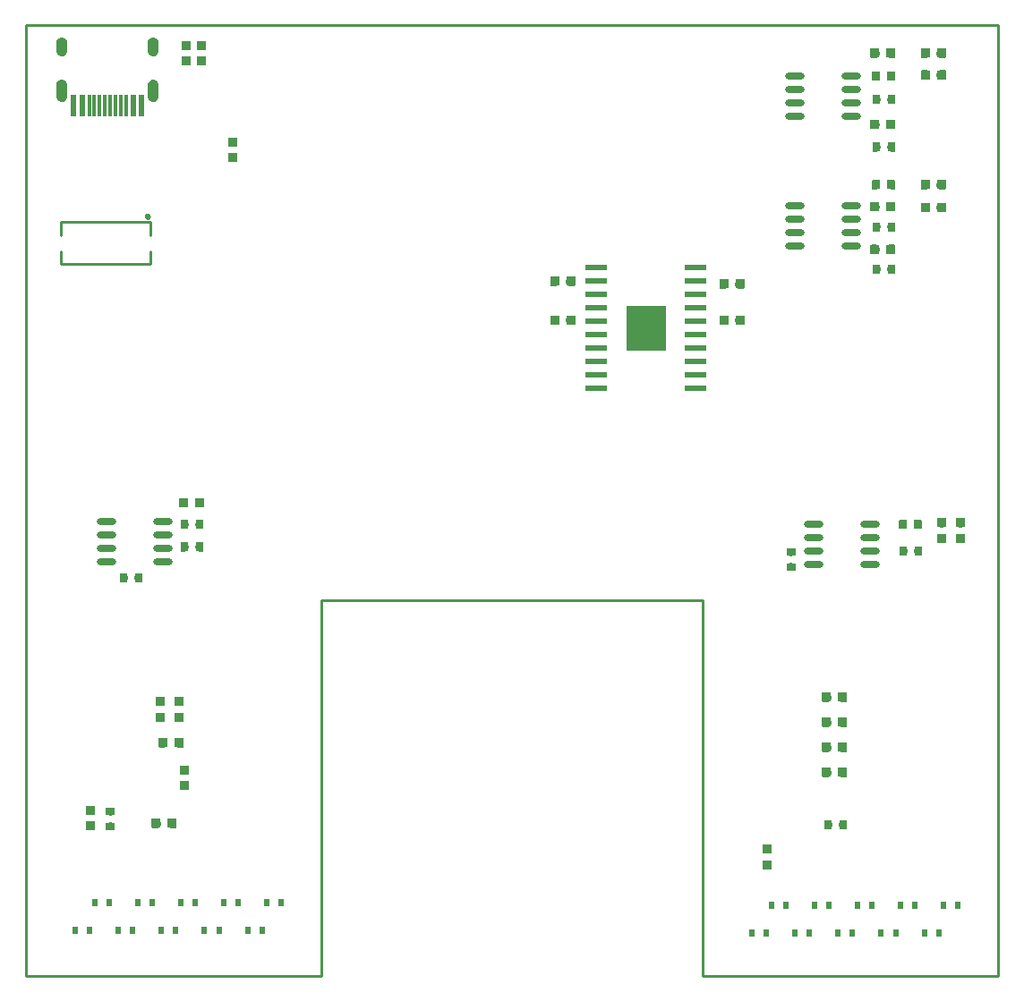
<source format=gbp>
G04*
G04 #@! TF.GenerationSoftware,Altium Limited,Altium Designer,20.2.6 (244)*
G04*
G04 Layer_Color=128*
%FSLAX24Y24*%
%MOIN*%
G70*
G04*
G04 #@! TF.SameCoordinates,FA5C595E-BAF6-4CA8-81BB-533EFFED9D24*
G04*
G04*
G04 #@! TF.FilePolarity,Positive*
G04*
G01*
G75*
%ADD11C,0.0100*%
%ADD28R,0.0315X0.0354*%
%ADD29R,0.0354X0.0315*%
%ADD30R,0.0340X0.0318*%
%ADD31R,0.0200X0.0300*%
%ADD32R,0.0318X0.0340*%
%ADD124O,0.0734X0.0248*%
%ADD125R,0.0236X0.0800*%
%ADD126R,0.0118X0.0800*%
%ADD127R,0.0787X0.0236*%
%ADD128R,0.1500X0.1701*%
G36*
X23020Y41382D02*
Y41184D01*
X22904Y41076D01*
X22796D01*
X22680Y41184D01*
Y41382D01*
X22705Y41407D01*
X22995D01*
X23020Y41382D01*
D02*
G37*
G36*
X22438D02*
Y41184D01*
X22322Y41076D01*
X22213D01*
X22098Y41184D01*
Y41382D01*
X22123Y41407D01*
X22413D01*
X22438Y41382D01*
D02*
G37*
G36*
X21161Y41510D02*
X21217Y41456D01*
X21247Y41385D01*
X21248Y41346D01*
Y41031D01*
X21247Y40993D01*
X21217Y40922D01*
X21161Y40867D01*
X21090Y40838D01*
X21012D01*
X20941Y40867D01*
X20886Y40922D01*
X20855Y40993D01*
X20854Y41031D01*
X20854Y41346D01*
X20854Y41346D01*
X20855Y41385D01*
X20886Y41456D01*
X20941Y41510D01*
X21012Y41540D01*
X21090D01*
X21161Y41510D01*
D02*
G37*
G36*
X17760Y41511D02*
X17815Y41456D01*
X17846Y41385D01*
X17846Y41346D01*
Y41031D01*
X17846Y40993D01*
X17815Y40921D01*
X17760Y40867D01*
X17688Y40837D01*
X17611D01*
X17539Y40867D01*
X17484Y40921D01*
X17453Y40993D01*
X17453Y41031D01*
X17453Y41346D01*
X17453Y41346D01*
X17453Y41385D01*
X17484Y41456D01*
X17539Y41511D01*
X17611Y41540D01*
X17688D01*
X17760Y41511D01*
D02*
G37*
G36*
X50555Y41095D02*
Y40805D01*
X50530Y40780D01*
X50332D01*
X50224Y40896D01*
Y41004D01*
X50332Y41120D01*
X50530D01*
X50555Y41095D01*
D02*
G37*
G36*
X49976Y41004D02*
Y40896D01*
X49868Y40780D01*
X49670D01*
X49645Y40805D01*
Y41095D01*
X49670Y41120D01*
X49868D01*
X49976Y41004D01*
D02*
G37*
G36*
X48677Y41095D02*
Y40805D01*
X48652Y40780D01*
X48454D01*
X48346Y40896D01*
Y41004D01*
X48454Y41120D01*
X48652D01*
X48677Y41095D01*
D02*
G37*
G36*
X48098Y41004D02*
Y40896D01*
X47990Y40780D01*
X47792D01*
X47767Y40805D01*
Y41095D01*
X47792Y41120D01*
X47990D01*
X48098Y41004D01*
D02*
G37*
G36*
X23020Y40720D02*
Y40522D01*
X22995Y40496D01*
X22705D01*
X22680Y40522D01*
Y40720D01*
X22796Y40828D01*
X22904D01*
X23020Y40720D01*
D02*
G37*
G36*
X22438D02*
Y40522D01*
X22413Y40496D01*
X22123D01*
X22098Y40522D01*
Y40720D01*
X22213Y40828D01*
X22322D01*
X22438Y40720D01*
D02*
G37*
G36*
X50555Y40291D02*
Y40001D01*
X50530Y39976D01*
X50332D01*
X50224Y40091D01*
Y40200D01*
X50332Y40316D01*
X50530D01*
X50555Y40291D01*
D02*
G37*
G36*
X49976Y40200D02*
Y40091D01*
X49868Y39976D01*
X49670D01*
X49645Y40001D01*
Y40291D01*
X49670Y40316D01*
X49868D01*
X49976Y40200D01*
D02*
G37*
G36*
X48668Y40249D02*
Y39959D01*
X48643Y39934D01*
X48527D01*
X48368Y40050D01*
Y40158D01*
X48527Y40274D01*
X48643D01*
X48668Y40249D01*
D02*
G37*
G36*
X48120Y40158D02*
Y40050D01*
X47961Y39934D01*
X47845D01*
X47820Y39959D01*
Y40249D01*
X47845Y40274D01*
X47961D01*
X48120Y40158D01*
D02*
G37*
G36*
X21161Y39936D02*
X21217Y39881D01*
X21247Y39810D01*
X21248Y39772D01*
Y39339D01*
X21247Y39300D01*
X21217Y39229D01*
X21161Y39174D01*
X21090Y39145D01*
X21012D01*
X20941Y39174D01*
X20886Y39229D01*
X20855Y39300D01*
X20854Y39339D01*
X20854Y39772D01*
X20854Y39772D01*
X20855Y39810D01*
X20886Y39881D01*
X20941Y39936D01*
X21012Y39965D01*
X21090D01*
X21161Y39936D01*
D02*
G37*
G36*
X17761Y39938D02*
X17817Y39883D01*
X17846Y39811D01*
Y39772D01*
Y39339D01*
Y39299D01*
X17817Y39227D01*
X17761Y39172D01*
X17689Y39142D01*
X17610D01*
X17538Y39172D01*
X17483Y39227D01*
X17453Y39299D01*
Y39339D01*
Y39772D01*
Y39811D01*
X17483Y39883D01*
X17538Y39938D01*
X17610Y39968D01*
X17689D01*
X17761Y39938D01*
D02*
G37*
G36*
X48674Y39366D02*
Y39076D01*
X48649Y39051D01*
X48533D01*
X48374Y39166D01*
Y39275D01*
X48533Y39391D01*
X48649D01*
X48674Y39366D01*
D02*
G37*
G36*
X48126Y39275D02*
Y39166D01*
X47967Y39051D01*
X47851D01*
X47826Y39076D01*
Y39366D01*
X47851Y39391D01*
X47967D01*
X48126Y39275D01*
D02*
G37*
G36*
X48677Y38439D02*
Y38149D01*
X48652Y38124D01*
X48454D01*
X48346Y38239D01*
Y38348D01*
X48454Y38464D01*
X48652D01*
X48677Y38439D01*
D02*
G37*
G36*
X48098Y38348D02*
Y38239D01*
X47990Y38124D01*
X47792D01*
X47767Y38149D01*
Y38439D01*
X47792Y38464D01*
X47990D01*
X48098Y38348D01*
D02*
G37*
G36*
X24170Y37780D02*
Y37582D01*
X24054Y37474D01*
X23946D01*
X23830Y37582D01*
Y37780D01*
X23855Y37805D01*
X24145D01*
X24170Y37780D01*
D02*
G37*
G36*
X48674Y37595D02*
Y37305D01*
X48649Y37280D01*
X48533D01*
X48374Y37396D01*
Y37504D01*
X48533Y37620D01*
X48649D01*
X48674Y37595D01*
D02*
G37*
G36*
X48126Y37504D02*
Y37396D01*
X47967Y37280D01*
X47851D01*
X47826Y37305D01*
Y37595D01*
X47851Y37620D01*
X47967D01*
X48126Y37504D01*
D02*
G37*
G36*
X24170Y37118D02*
Y36920D01*
X24145Y36895D01*
X23855D01*
X23830Y36920D01*
Y37118D01*
X23946Y37226D01*
X24054D01*
X24170Y37118D01*
D02*
G37*
G36*
X50555Y36195D02*
Y35905D01*
X50530Y35880D01*
X50332D01*
X50224Y35996D01*
Y36104D01*
X50332Y36220D01*
X50530D01*
X50555Y36195D01*
D02*
G37*
G36*
X49976Y36104D02*
Y35996D01*
X49868Y35880D01*
X49670D01*
X49645Y35905D01*
Y36195D01*
X49670Y36220D01*
X49868D01*
X49976Y36104D01*
D02*
G37*
G36*
X48668Y36195D02*
Y35905D01*
X48643Y35880D01*
X48527D01*
X48368Y35996D01*
Y36104D01*
X48527Y36220D01*
X48643D01*
X48668Y36195D01*
D02*
G37*
G36*
X48120Y36104D02*
Y35996D01*
X47961Y35880D01*
X47845D01*
X47820Y35905D01*
Y36195D01*
X47845Y36220D01*
X47961D01*
X48120Y36104D01*
D02*
G37*
G36*
X48677Y35367D02*
Y35078D01*
X48652Y35052D01*
X48454D01*
X48346Y35168D01*
Y35277D01*
X48454Y35393D01*
X48652D01*
X48677Y35367D01*
D02*
G37*
G36*
X48098Y35277D02*
Y35168D01*
X47990Y35052D01*
X47792D01*
X47767Y35078D01*
Y35367D01*
X47792Y35393D01*
X47990D01*
X48098Y35277D01*
D02*
G37*
G36*
X50555Y35345D02*
Y35055D01*
X50530Y35030D01*
X50332D01*
X50224Y35146D01*
Y35254D01*
X50332Y35370D01*
X50530D01*
X50555Y35345D01*
D02*
G37*
G36*
X49976Y35254D02*
Y35146D01*
X49868Y35030D01*
X49670D01*
X49645Y35055D01*
Y35345D01*
X49670Y35370D01*
X49868D01*
X49976Y35254D01*
D02*
G37*
G36*
X48674Y34621D02*
Y34331D01*
X48649Y34306D01*
X48533D01*
X48374Y34422D01*
Y34530D01*
X48533Y34646D01*
X48649D01*
X48674Y34621D01*
D02*
G37*
G36*
X48126Y34530D02*
Y34422D01*
X47967Y34306D01*
X47851D01*
X47826Y34331D01*
Y34621D01*
X47851Y34646D01*
X47967D01*
X48126Y34530D01*
D02*
G37*
G36*
X48677Y33791D02*
Y33502D01*
X48652Y33476D01*
X48454D01*
X48346Y33592D01*
Y33701D01*
X48454Y33817D01*
X48652D01*
X48677Y33791D01*
D02*
G37*
G36*
X48098Y33701D02*
Y33592D01*
X47990Y33476D01*
X47792D01*
X47767Y33502D01*
Y33791D01*
X47792Y33817D01*
X47990D01*
X48098Y33701D01*
D02*
G37*
G36*
X48674Y33045D02*
Y32755D01*
X48649Y32730D01*
X48533D01*
X48374Y32846D01*
Y32954D01*
X48533Y33070D01*
X48649D01*
X48674Y33045D01*
D02*
G37*
G36*
X48126Y32954D02*
Y32846D01*
X47967Y32730D01*
X47851D01*
X47826Y32755D01*
Y33045D01*
X47851Y33070D01*
X47967D01*
X48126Y32954D01*
D02*
G37*
G36*
X36755Y32595D02*
Y32305D01*
X36730Y32280D01*
X36532D01*
X36424Y32396D01*
Y32504D01*
X36532Y32620D01*
X36730D01*
X36755Y32595D01*
D02*
G37*
G36*
X36176Y32504D02*
Y32396D01*
X36068Y32280D01*
X35870D01*
X35845Y32305D01*
Y32595D01*
X35870Y32620D01*
X36068D01*
X36176Y32504D01*
D02*
G37*
G36*
X43052Y32495D02*
Y32205D01*
X43027Y32180D01*
X42829D01*
X42721Y32296D01*
Y32404D01*
X42829Y32520D01*
X43027D01*
X43052Y32495D01*
D02*
G37*
G36*
X42473Y32404D02*
Y32296D01*
X42365Y32180D01*
X42166D01*
X42141Y32205D01*
Y32495D01*
X42166Y32520D01*
X42365D01*
X42473Y32404D01*
D02*
G37*
G36*
X43052Y31145D02*
Y30855D01*
X43027Y30830D01*
X42829D01*
X42721Y30946D01*
Y31054D01*
X42829Y31170D01*
X43027D01*
X43052Y31145D01*
D02*
G37*
G36*
X42473Y31054D02*
Y30946D01*
X42365Y30830D01*
X42166D01*
X42141Y30855D01*
Y31145D01*
X42166Y31170D01*
X42365D01*
X42473Y31054D01*
D02*
G37*
G36*
X36755Y31145D02*
Y30855D01*
X36730Y30830D01*
X36532D01*
X36424Y30946D01*
Y31054D01*
X36532Y31170D01*
X36730D01*
X36755Y31145D01*
D02*
G37*
G36*
X36176Y31054D02*
Y30946D01*
X36068Y30830D01*
X35870D01*
X35845Y30855D01*
Y31145D01*
X35870Y31170D01*
X36068D01*
X36176Y31054D01*
D02*
G37*
G36*
X22927Y24345D02*
Y24055D01*
X22902Y24030D01*
X22704D01*
X22596Y24146D01*
Y24254D01*
X22704Y24370D01*
X22902D01*
X22927Y24345D01*
D02*
G37*
G36*
X22348Y24254D02*
Y24146D01*
X22240Y24030D01*
X22042D01*
X22017Y24055D01*
Y24345D01*
X22042Y24370D01*
X22240D01*
X22348Y24254D01*
D02*
G37*
G36*
X51270Y23586D02*
Y23388D01*
X51154Y23280D01*
X51046D01*
X50930Y23388D01*
Y23586D01*
X50955Y23612D01*
X51245D01*
X51270Y23586D01*
D02*
G37*
G36*
X50570D02*
Y23388D01*
X50454Y23280D01*
X50346D01*
X50230Y23388D01*
Y23586D01*
X50255Y23612D01*
X50545D01*
X50570Y23586D01*
D02*
G37*
G36*
X49668Y23545D02*
Y23255D01*
X49643Y23230D01*
X49527D01*
X49368Y23346D01*
Y23454D01*
X49527Y23570D01*
X49643D01*
X49668Y23545D01*
D02*
G37*
G36*
X49120Y23454D02*
Y23346D01*
X48961Y23230D01*
X48845D01*
X48820Y23255D01*
Y23545D01*
X48845Y23570D01*
X48961D01*
X49120Y23454D01*
D02*
G37*
G36*
X22918Y23539D02*
Y23249D01*
X22893Y23224D01*
X22777D01*
X22618Y23339D01*
Y23448D01*
X22777Y23564D01*
X22893D01*
X22918Y23539D01*
D02*
G37*
G36*
X22370Y23448D02*
Y23339D01*
X22211Y23224D01*
X22095D01*
X22070Y23249D01*
Y23539D01*
X22095Y23564D01*
X22211D01*
X22370Y23448D01*
D02*
G37*
G36*
X51270Y22924D02*
Y22726D01*
X51245Y22701D01*
X50955D01*
X50930Y22726D01*
Y22924D01*
X51046Y23032D01*
X51154D01*
X51270Y22924D01*
D02*
G37*
G36*
X50570D02*
Y22726D01*
X50545Y22701D01*
X50255D01*
X50230Y22726D01*
Y22924D01*
X50346Y23032D01*
X50454D01*
X50570Y22924D01*
D02*
G37*
G36*
X22924Y22695D02*
Y22405D01*
X22899Y22380D01*
X22783D01*
X22624Y22496D01*
Y22604D01*
X22783Y22720D01*
X22899D01*
X22924Y22695D01*
D02*
G37*
G36*
X22376Y22604D02*
Y22496D01*
X22217Y22380D01*
X22101D01*
X22076Y22405D01*
Y22695D01*
X22101Y22720D01*
X22217D01*
X22376Y22604D01*
D02*
G37*
G36*
X49674Y22545D02*
Y22255D01*
X49649Y22230D01*
X49533D01*
X49374Y22346D01*
Y22454D01*
X49533Y22570D01*
X49649D01*
X49674Y22545D01*
D02*
G37*
G36*
X49126Y22454D02*
Y22346D01*
X48967Y22230D01*
X48851D01*
X48826Y22255D01*
Y22545D01*
X48851Y22570D01*
X48967D01*
X49126Y22454D01*
D02*
G37*
G36*
X44970Y22476D02*
Y22360D01*
X44854Y22201D01*
X44746D01*
X44630Y22360D01*
Y22476D01*
X44655Y22501D01*
X44945D01*
X44970Y22476D01*
D02*
G37*
G36*
Y21794D02*
Y21678D01*
X44945Y21653D01*
X44655D01*
X44630Y21678D01*
Y21794D01*
X44746Y21953D01*
X44854D01*
X44970Y21794D01*
D02*
G37*
G36*
X20649Y21545D02*
Y21255D01*
X20624Y21230D01*
X20507D01*
X20348Y21346D01*
Y21454D01*
X20507Y21570D01*
X20624D01*
X20649Y21545D01*
D02*
G37*
G36*
X20100Y21454D02*
Y21346D01*
X19942Y21230D01*
X19825D01*
X19800Y21255D01*
Y21545D01*
X19825Y21570D01*
X19942D01*
X20100Y21454D01*
D02*
G37*
G36*
X46877Y17095D02*
Y16805D01*
X46852Y16780D01*
X46654D01*
X46546Y16896D01*
Y17004D01*
X46654Y17120D01*
X46852D01*
X46877Y17095D01*
D02*
G37*
G36*
X46298Y17004D02*
Y16896D01*
X46190Y16780D01*
X45992D01*
X45967Y16805D01*
Y17095D01*
X45992Y17120D01*
X46190D01*
X46298Y17004D01*
D02*
G37*
G36*
X22170Y16930D02*
Y16732D01*
X22054Y16624D01*
X21946D01*
X21830Y16732D01*
Y16930D01*
X21855Y16955D01*
X22145D01*
X22170Y16930D01*
D02*
G37*
G36*
X21470D02*
Y16732D01*
X21354Y16624D01*
X21246D01*
X21130Y16732D01*
Y16930D01*
X21155Y16955D01*
X21445D01*
X21470Y16930D01*
D02*
G37*
G36*
X22170Y16268D02*
Y16070D01*
X22145Y16045D01*
X21855D01*
X21830Y16070D01*
Y16268D01*
X21946Y16376D01*
X22054D01*
X22170Y16268D01*
D02*
G37*
G36*
X21470D02*
Y16070D01*
X21445Y16045D01*
X21155D01*
X21130Y16070D01*
Y16268D01*
X21246Y16376D01*
X21354D01*
X21470Y16268D01*
D02*
G37*
G36*
X46877Y16162D02*
Y15872D01*
X46852Y15847D01*
X46654D01*
X46546Y15962D01*
Y16071D01*
X46654Y16187D01*
X46852D01*
X46877Y16162D01*
D02*
G37*
G36*
X46298Y16071D02*
Y15962D01*
X46190Y15847D01*
X45992D01*
X45967Y15872D01*
Y16162D01*
X45992Y16187D01*
X46190D01*
X46298Y16071D01*
D02*
G37*
G36*
X22170Y15395D02*
Y15105D01*
X22145Y15080D01*
X21947D01*
X21839Y15196D01*
Y15304D01*
X21947Y15420D01*
X22145D01*
X22170Y15395D01*
D02*
G37*
G36*
X21591Y15304D02*
Y15196D01*
X21483Y15080D01*
X21285D01*
X21259Y15105D01*
Y15395D01*
X21285Y15420D01*
X21483D01*
X21591Y15304D01*
D02*
G37*
G36*
X46877Y15228D02*
Y14938D01*
X46852Y14913D01*
X46654D01*
X46546Y15029D01*
Y15138D01*
X46654Y15253D01*
X46852D01*
X46877Y15228D01*
D02*
G37*
G36*
X46298Y15138D02*
Y15029D01*
X46190Y14913D01*
X45992D01*
X45967Y14938D01*
Y15228D01*
X45992Y15253D01*
X46190D01*
X46298Y15138D01*
D02*
G37*
G36*
X22370Y14380D02*
Y14182D01*
X22254Y14074D01*
X22146D01*
X22030Y14182D01*
Y14380D01*
X22055Y14405D01*
X22345D01*
X22370Y14380D01*
D02*
G37*
G36*
X46877Y14295D02*
Y14005D01*
X46852Y13980D01*
X46654D01*
X46546Y14096D01*
Y14204D01*
X46654Y14320D01*
X46852D01*
X46877Y14295D01*
D02*
G37*
G36*
X46298Y14204D02*
Y14096D01*
X46190Y13980D01*
X45992D01*
X45967Y14005D01*
Y14295D01*
X45992Y14320D01*
X46190D01*
X46298Y14204D01*
D02*
G37*
G36*
X22370Y13718D02*
Y13520D01*
X22345Y13495D01*
X22055D01*
X22030Y13520D01*
Y13718D01*
X22146Y13826D01*
X22254D01*
X22370Y13718D01*
D02*
G37*
G36*
X18870Y12880D02*
Y12682D01*
X18754Y12574D01*
X18646D01*
X18530Y12682D01*
Y12880D01*
X18555Y12905D01*
X18845D01*
X18870Y12880D01*
D02*
G37*
G36*
X19620Y12821D02*
Y12705D01*
X19504Y12546D01*
X19396D01*
X19280Y12705D01*
Y12821D01*
X19305Y12846D01*
X19595D01*
X19620Y12821D01*
D02*
G37*
G36*
X21905Y12395D02*
Y12105D01*
X21880Y12080D01*
X21682D01*
X21574Y12196D01*
Y12304D01*
X21682Y12420D01*
X21880D01*
X21905Y12395D01*
D02*
G37*
G36*
X21326Y12304D02*
Y12196D01*
X21218Y12080D01*
X21020D01*
X20995Y12105D01*
Y12395D01*
X21020Y12420D01*
X21218D01*
X21326Y12304D01*
D02*
G37*
G36*
X46874Y12345D02*
Y12055D01*
X46849Y12030D01*
X46733D01*
X46574Y12146D01*
Y12254D01*
X46733Y12370D01*
X46849D01*
X46874Y12345D01*
D02*
G37*
G36*
X46326Y12254D02*
Y12146D01*
X46167Y12030D01*
X46051D01*
X46026Y12055D01*
Y12345D01*
X46051Y12370D01*
X46167D01*
X46326Y12254D01*
D02*
G37*
G36*
X19620Y12139D02*
Y12023D01*
X19595Y11998D01*
X19305D01*
X19280Y12023D01*
Y12139D01*
X19396Y12298D01*
X19504D01*
X19620Y12139D01*
D02*
G37*
G36*
X18870Y12218D02*
Y12020D01*
X18845Y11995D01*
X18555D01*
X18530Y12020D01*
Y12218D01*
X18646Y12326D01*
X18754D01*
X18870Y12218D01*
D02*
G37*
G36*
X44070Y11430D02*
Y11232D01*
X43954Y11124D01*
X43846D01*
X43730Y11232D01*
Y11430D01*
X43755Y11455D01*
X44045D01*
X44070Y11430D01*
D02*
G37*
G36*
Y10768D02*
Y10570D01*
X44045Y10545D01*
X43755D01*
X43730Y10570D01*
Y10768D01*
X43846Y10876D01*
X43954D01*
X44070Y10768D01*
D02*
G37*
D11*
X20921Y34850D02*
G03*
X20921Y34850I-71J0D01*
G01*
X41520Y6570D02*
Y20570D01*
X27300D02*
X41520D01*
X17600Y34650D02*
X20950D01*
X17600Y33100D02*
X20950D01*
X17600Y33125D02*
Y33575D01*
Y34175D02*
Y34625D01*
X20950Y34175D02*
Y34625D01*
Y33125D02*
Y33575D01*
X27300Y6570D02*
Y20570D01*
X41520Y6570D02*
X52520D01*
X16300D02*
X27300D01*
X16300D02*
Y42000D01*
X52520Y6570D02*
Y42000D01*
X16300D02*
X52520D01*
D28*
X47974Y32900D02*
D03*
X48526D02*
D03*
X47974Y34476D02*
D03*
X48526D02*
D03*
X49526Y22400D02*
D03*
X48974D02*
D03*
X48968Y23400D02*
D03*
X49519D02*
D03*
X46174Y12200D02*
D03*
X46726D02*
D03*
X47968Y36050D02*
D03*
X48519D02*
D03*
X47974Y37450D02*
D03*
X48526D02*
D03*
X47974Y39221D02*
D03*
X48526D02*
D03*
X48519Y40104D02*
D03*
X47968D02*
D03*
X22769Y23394D02*
D03*
X22218D02*
D03*
X22224Y22550D02*
D03*
X22776D02*
D03*
X19949Y21400D02*
D03*
X20500D02*
D03*
D29*
X44800Y21801D02*
D03*
Y22353D02*
D03*
X19450Y12698D02*
D03*
Y12146D02*
D03*
D30*
X51100Y23453D02*
D03*
Y22860D02*
D03*
X50400D02*
D03*
Y23453D02*
D03*
X22850Y41248D02*
D03*
Y40655D02*
D03*
X22268D02*
D03*
Y41248D02*
D03*
X18700Y12153D02*
D03*
Y12747D02*
D03*
X22200Y13653D02*
D03*
Y14247D02*
D03*
X21300Y16797D02*
D03*
Y16203D02*
D03*
X22000Y16797D02*
D03*
Y16203D02*
D03*
X43900Y11297D02*
D03*
Y10703D02*
D03*
X24000Y37053D02*
D03*
Y37647D02*
D03*
D31*
X50302Y8150D02*
D03*
X49762D02*
D03*
X48694D02*
D03*
X48154D02*
D03*
X47086D02*
D03*
X46546D02*
D03*
X45478D02*
D03*
X44938D02*
D03*
X43870D02*
D03*
X43330D02*
D03*
X24562Y8250D02*
D03*
X25102D02*
D03*
X22954D02*
D03*
X23494D02*
D03*
X21346D02*
D03*
X21886D02*
D03*
X19738D02*
D03*
X20278D02*
D03*
X20480Y9300D02*
D03*
X21020D02*
D03*
X18880D02*
D03*
X19420D02*
D03*
X18130Y8250D02*
D03*
X18670D02*
D03*
X49420Y9200D02*
D03*
X48880D02*
D03*
X47820D02*
D03*
X47280D02*
D03*
X46220D02*
D03*
X45680D02*
D03*
X44620D02*
D03*
X44080D02*
D03*
X51020D02*
D03*
X50480D02*
D03*
X22620Y9300D02*
D03*
X22080D02*
D03*
X24220D02*
D03*
X23680D02*
D03*
X25820D02*
D03*
X25280D02*
D03*
D32*
X50397Y36050D02*
D03*
X49803D02*
D03*
X50397Y35200D02*
D03*
X49803D02*
D03*
X48519Y33646D02*
D03*
X47925D02*
D03*
X48519Y35223D02*
D03*
X47925D02*
D03*
X46719Y16950D02*
D03*
X46125D02*
D03*
X46719Y16017D02*
D03*
X46125D02*
D03*
X46719Y15083D02*
D03*
X46125D02*
D03*
X46719Y14150D02*
D03*
X46125D02*
D03*
X49803Y40950D02*
D03*
X50397D02*
D03*
X49803Y40146D02*
D03*
X50397D02*
D03*
X48519Y38294D02*
D03*
X47925D02*
D03*
X48519Y40950D02*
D03*
X47925D02*
D03*
X21153Y12250D02*
D03*
X21747D02*
D03*
X22011Y15250D02*
D03*
X21418D02*
D03*
X22769Y24200D02*
D03*
X22175D02*
D03*
X42893Y31000D02*
D03*
X42300D02*
D03*
X36003D02*
D03*
X36597D02*
D03*
Y32450D02*
D03*
X36003D02*
D03*
X42893Y32350D02*
D03*
X42300D02*
D03*
D124*
X47756Y23400D02*
D03*
Y22900D02*
D03*
Y22400D02*
D03*
Y21900D02*
D03*
X45644Y23400D02*
D03*
Y22900D02*
D03*
Y22400D02*
D03*
Y21900D02*
D03*
X44944Y33750D02*
D03*
Y34250D02*
D03*
Y34750D02*
D03*
Y35250D02*
D03*
X47056Y33750D02*
D03*
Y34250D02*
D03*
Y34750D02*
D03*
Y35250D02*
D03*
X44944Y38600D02*
D03*
Y39100D02*
D03*
Y39600D02*
D03*
Y40100D02*
D03*
X47056Y38600D02*
D03*
Y39100D02*
D03*
Y39600D02*
D03*
Y40100D02*
D03*
X19294Y22000D02*
D03*
Y22500D02*
D03*
Y23000D02*
D03*
Y23500D02*
D03*
X21406Y22000D02*
D03*
Y22500D02*
D03*
Y23000D02*
D03*
Y23500D02*
D03*
D125*
X18090Y39011D02*
D03*
X20610D02*
D03*
X18405D02*
D03*
X20295D02*
D03*
D126*
X18661D02*
D03*
X18858D02*
D03*
X19055D02*
D03*
X19645D02*
D03*
X19842D02*
D03*
X20039D02*
D03*
X19252D02*
D03*
X19448D02*
D03*
D127*
X41250Y32950D02*
D03*
Y32450D02*
D03*
Y31950D02*
D03*
Y31450D02*
D03*
Y30950D02*
D03*
Y30450D02*
D03*
Y29950D02*
D03*
Y29450D02*
D03*
Y28950D02*
D03*
Y28450D02*
D03*
X37549Y28450D02*
D03*
Y28950D02*
D03*
Y29450D02*
D03*
Y29950D02*
D03*
Y30450D02*
D03*
Y30950D02*
D03*
Y31450D02*
D03*
Y31950D02*
D03*
Y32450D02*
D03*
Y32950D02*
D03*
D128*
X39400Y30700D02*
D03*
M02*

</source>
